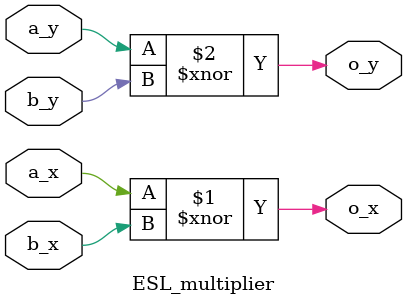
<source format=sv>
`include "sys_defs.svh"

module ESL_multiplier(
    input a_x, a_y, b_x, b_y,

    output o_x, o_y
);

    assign o_x = a_x ~^ b_x;
    assign o_y = a_y ~^ b_y;

endmodule

</source>
